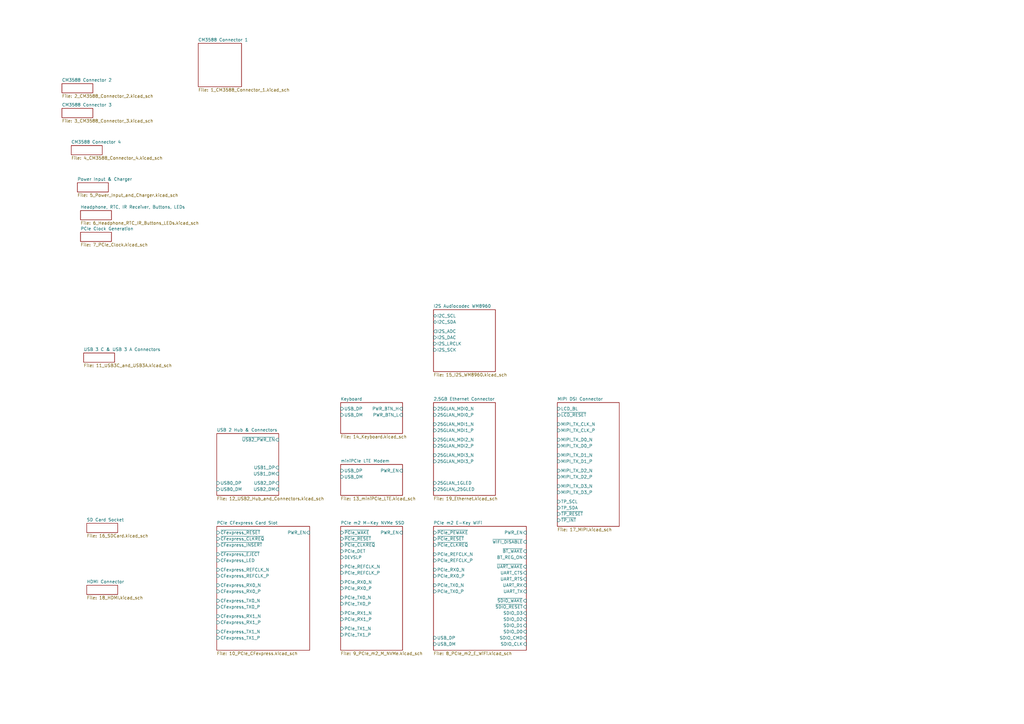
<source format=kicad_sch>
(kicad_sch
	(version 20250114)
	(generator "eeschema")
	(generator_version "9.0")
	(uuid "e8df7ad4-0398-46fe-8df2-22f014c5f1dd")
	(paper "A3")
	(lib_symbols)
	(sheet
		(at 31.75 74.93)
		(size 12.7 3.81)
		(exclude_from_sim no)
		(in_bom yes)
		(on_board yes)
		(dnp no)
		(fields_autoplaced yes)
		(stroke
			(width 0.1524)
			(type solid)
		)
		(fill
			(color 0 0 0 0.0000)
		)
		(uuid "07fa1f4a-4f08-4a00-b91a-2935c9cd6246")
		(property "Sheetname" "Power Input & Charger"
			(at 31.75 74.2184 0)
			(effects
				(font
					(size 1.27 1.27)
				)
				(justify left bottom)
			)
		)
		(property "Sheetfile" "5_Power_Input_and_Charger.kicad_sch"
			(at 31.75 79.3246 0)
			(effects
				(font
					(size 1.27 1.27)
				)
				(justify left top)
			)
		)
		(instances
			(project "mainboard"
				(path "/e8df7ad4-0398-46fe-8df2-22f014c5f1dd"
					(page "5")
				)
			)
		)
	)
	(sheet
		(at 81.28 17.78)
		(size 17.78 17.78)
		(exclude_from_sim no)
		(in_bom yes)
		(on_board yes)
		(dnp no)
		(fields_autoplaced yes)
		(stroke
			(width 0.1524)
			(type solid)
		)
		(fill
			(color 0 0 0 0.0000)
		)
		(uuid "179b20ca-7cf4-4c76-8c3b-b8b4c6c25c72")
		(property "Sheetname" "CM3588 Connector 1"
			(at 81.28 17.0684 0)
			(effects
				(font
					(size 1.27 1.27)
				)
				(justify left bottom)
			)
		)
		(property "Sheetfile" "1_CM3588_Connector_1.kicad_sch"
			(at 81.28 36.1446 0)
			(effects
				(font
					(size 1.27 1.27)
				)
				(justify left top)
			)
		)
		(instances
			(project "mainboard"
				(path "/e8df7ad4-0398-46fe-8df2-22f014c5f1dd"
					(page "1")
				)
			)
		)
	)
	(sheet
		(at 35.56 240.03)
		(size 12.7 3.81)
		(exclude_from_sim no)
		(in_bom yes)
		(on_board yes)
		(dnp no)
		(fields_autoplaced yes)
		(stroke
			(width 0.1524)
			(type solid)
		)
		(fill
			(color 0 0 0 0.0000)
		)
		(uuid "18d9dc9f-f158-4b8c-8c03-4e0e0e17c019")
		(property "Sheetname" "HDMI Connector"
			(at 35.56 239.3184 0)
			(effects
				(font
					(size 1.27 1.27)
				)
				(justify left bottom)
			)
		)
		(property "Sheetfile" "18_HDMI.kicad_sch"
			(at 35.56 244.4246 0)
			(effects
				(font
					(size 1.27 1.27)
				)
				(justify left top)
			)
		)
		(instances
			(project "mainboard"
				(path "/e8df7ad4-0398-46fe-8df2-22f014c5f1dd"
					(page "18")
				)
			)
		)
	)
	(sheet
		(at 33.02 95.25)
		(size 12.7 3.81)
		(exclude_from_sim no)
		(in_bom yes)
		(on_board yes)
		(dnp no)
		(fields_autoplaced yes)
		(stroke
			(width 0.1524)
			(type solid)
		)
		(fill
			(color 0 0 0 0.0000)
		)
		(uuid "484c6dee-af44-4b63-a825-46ce928312ff")
		(property "Sheetname" "PCIe Clock Generation"
			(at 33.02 94.5384 0)
			(effects
				(font
					(size 1.27 1.27)
				)
				(justify left bottom)
			)
		)
		(property "Sheetfile" "7_PCIe_Clock.kicad_sch"
			(at 33.02 99.6446 0)
			(effects
				(font
					(size 1.27 1.27)
				)
				(justify left top)
			)
		)
		(instances
			(project "mainboard"
				(path "/e8df7ad4-0398-46fe-8df2-22f014c5f1dd"
					(page "7")
				)
			)
		)
	)
	(sheet
		(at 139.7 215.9)
		(size 25.4 50.8)
		(exclude_from_sim no)
		(in_bom yes)
		(on_board yes)
		(dnp no)
		(fields_autoplaced yes)
		(stroke
			(width 0.1524)
			(type solid)
		)
		(fill
			(color 0 0 0 0.0000)
		)
		(uuid "6669fa1e-f015-4347-b375-5371b2a452c4")
		(property "Sheetname" "PCIe m2 M-Key NVMe SSD"
			(at 139.7 215.1884 0)
			(effects
				(font
					(size 1.27 1.27)
				)
				(justify left bottom)
			)
		)
		(property "Sheetfile" "9_PCIe_m2_M_NVMe.kicad_sch"
			(at 139.7 267.2846 0)
			(effects
				(font
					(size 1.27 1.27)
				)
				(justify left top)
			)
		)
		(pin "DEVSLP" input
			(at 139.7 228.6 180)
			(uuid "8250a307-5bfc-45cd-bcc1-a8e3b110935a")
			(effects
				(font
					(size 1.27 1.27)
				)
				(justify left)
			)
		)
		(pin "PCIe_DET" input
			(at 139.7 226.06 180)
			(uuid "5d36ab89-ee9c-45f1-9c8f-411f04604c30")
			(effects
				(font
					(size 1.27 1.27)
				)
				(justify left)
			)
		)
		(pin "PCIe_REFCLK_N" input
			(at 139.7 232.41 180)
			(uuid "456707b3-ef8a-449b-b780-e7ea84c2fe0f")
			(effects
				(font
					(size 1.27 1.27)
				)
				(justify left)
			)
		)
		(pin "PCIe_REFCLK_P" input
			(at 139.7 234.95 180)
			(uuid "3a6e22a8-1c33-4ccb-8634-0656c7ed4f73")
			(effects
				(font
					(size 1.27 1.27)
				)
				(justify left)
			)
		)
		(pin "PCIe_RX0_N" input
			(at 139.7 238.76 180)
			(uuid "b36f63ee-dda5-4273-8749-7e370dc55816")
			(effects
				(font
					(size 1.27 1.27)
				)
				(justify left)
			)
		)
		(pin "PCIe_RX0_P" input
			(at 139.7 241.3 180)
			(uuid "79078436-955e-4ba2-b5e9-f0115e164c7e")
			(effects
				(font
					(size 1.27 1.27)
				)
				(justify left)
			)
		)
		(pin "PCIe_RX1_N" input
			(at 139.7 251.46 180)
			(uuid "ab0b778b-3805-4636-8b20-f9d4a643390a")
			(effects
				(font
					(size 1.27 1.27)
				)
				(justify left)
			)
		)
		(pin "PCIe_RX1_P" input
			(at 139.7 254 180)
			(uuid "e44f8fa1-d1ae-449a-b73e-ebcffea75acf")
			(effects
				(font
					(size 1.27 1.27)
				)
				(justify left)
			)
		)
		(pin "PCIe_TX0_N" input
			(at 139.7 245.11 180)
			(uuid "8df59557-ebe2-4399-86e1-76227324d036")
			(effects
				(font
					(size 1.27 1.27)
				)
				(justify left)
			)
		)
		(pin "PCIe_TX0_P" input
			(at 139.7 247.65 180)
			(uuid "a3983adb-1f39-45d9-9b6c-038ef2f9cafd")
			(effects
				(font
					(size 1.27 1.27)
				)
				(justify left)
			)
		)
		(pin "PCIe_TX1_N" input
			(at 139.7 257.81 180)
			(uuid "812bc123-58af-4285-8223-066e31c940f8")
			(effects
				(font
					(size 1.27 1.27)
				)
				(justify left)
			)
		)
		(pin "PCIe_TX1_P" input
			(at 139.7 260.35 180)
			(uuid "5b162702-1ec8-4c70-9286-ab9a493e8c20")
			(effects
				(font
					(size 1.27 1.27)
				)
				(justify left)
			)
		)
		(pin "~{PCIe_CLKREQ}" input
			(at 139.7 223.52 180)
			(uuid "2fdb73b0-335b-4c65-a8b9-7614e14944c7")
			(effects
				(font
					(size 1.27 1.27)
				)
				(justify left)
			)
		)
		(pin "~{PCIe_RESET}" input
			(at 139.7 220.98 180)
			(uuid "2235e878-ea99-4ca6-8bc4-70d78ace0891")
			(effects
				(font
					(size 1.27 1.27)
				)
				(justify left)
			)
		)
		(pin "~{PCIe_WAKE}" input
			(at 139.7 218.44 180)
			(uuid "c7155c23-faf8-4a14-b0f7-6850aad77b01")
			(effects
				(font
					(size 1.27 1.27)
				)
				(justify left)
			)
		)
		(pin "PWR_EN" input
			(at 165.1 218.44 0)
			(uuid "5f32886c-3a2e-49d3-9f05-969676369bbf")
			(effects
				(font
					(size 1.27 1.27)
				)
				(justify right)
			)
		)
		(instances
			(project "mainboard"
				(path "/e8df7ad4-0398-46fe-8df2-22f014c5f1dd"
					(page "9")
				)
			)
		)
	)
	(sheet
		(at 25.4 44.45)
		(size 12.7 3.81)
		(exclude_from_sim no)
		(in_bom yes)
		(on_board yes)
		(dnp no)
		(fields_autoplaced yes)
		(stroke
			(width 0.1524)
			(type solid)
		)
		(fill
			(color 0 0 0 0.0000)
		)
		(uuid "68a2b222-807f-4ee1-877f-9299e0573b20")
		(property "Sheetname" "CM3588 Connector 3"
			(at 25.4 43.7384 0)
			(effects
				(font
					(size 1.27 1.27)
				)
				(justify left bottom)
			)
		)
		(property "Sheetfile" "3_CM3588_Connector_3.kicad_sch"
			(at 25.4 48.8446 0)
			(effects
				(font
					(size 1.27 1.27)
				)
				(justify left top)
			)
		)
		(instances
			(project "mainboard"
				(path "/e8df7ad4-0398-46fe-8df2-22f014c5f1dd"
					(page "3")
				)
			)
		)
	)
	(sheet
		(at 139.7 190.5)
		(size 25.4 12.7)
		(exclude_from_sim no)
		(in_bom yes)
		(on_board yes)
		(dnp no)
		(fields_autoplaced yes)
		(stroke
			(width 0.1524)
			(type solid)
		)
		(fill
			(color 0 0 0 0.0000)
		)
		(uuid "8644110b-fd44-4bf7-8252-8da3b2442694")
		(property "Sheetname" "miniPCIe LTE Modem"
			(at 139.7 189.7884 0)
			(effects
				(font
					(size 1.27 1.27)
				)
				(justify left bottom)
			)
		)
		(property "Sheetfile" "13_miniPCIe_LTE.kicad_sch"
			(at 139.7 203.7846 0)
			(effects
				(font
					(size 1.27 1.27)
				)
				(justify left top)
			)
		)
		(pin "PWR_EN" input
			(at 165.1 193.04 0)
			(uuid "ec6ac0a6-97a2-4b59-a772-9f3389ff4408")
			(effects
				(font
					(size 1.27 1.27)
				)
				(justify right)
			)
		)
		(pin "USB_DM" input
			(at 139.7 195.58 180)
			(uuid "37a4b681-5ee7-49b0-a3ba-f36d8b9018e1")
			(effects
				(font
					(size 1.27 1.27)
				)
				(justify left)
			)
		)
		(pin "USB_DP" input
			(at 139.7 193.04 180)
			(uuid "c6ffd364-60bb-4929-8078-449c68b24900")
			(effects
				(font
					(size 1.27 1.27)
				)
				(justify left)
			)
		)
		(instances
			(project "mainboard"
				(path "/e8df7ad4-0398-46fe-8df2-22f014c5f1dd"
					(page "13")
				)
			)
		)
	)
	(sheet
		(at 35.56 214.63)
		(size 12.7 3.81)
		(exclude_from_sim no)
		(in_bom yes)
		(on_board yes)
		(dnp no)
		(fields_autoplaced yes)
		(stroke
			(width 0.1524)
			(type solid)
		)
		(fill
			(color 0 0 0 0.0000)
		)
		(uuid "8986aa19-15b1-4e69-80f7-caad2369fd75")
		(property "Sheetname" "SD Card Socket"
			(at 35.56 213.9184 0)
			(effects
				(font
					(size 1.27 1.27)
				)
				(justify left bottom)
			)
		)
		(property "Sheetfile" "16_SDCard.kicad_sch"
			(at 35.56 219.0246 0)
			(effects
				(font
					(size 1.27 1.27)
				)
				(justify left top)
			)
		)
		(instances
			(project "mainboard"
				(path "/e8df7ad4-0398-46fe-8df2-22f014c5f1dd"
					(page "16")
				)
			)
		)
	)
	(sheet
		(at 88.9 177.8)
		(size 25.4 25.4)
		(exclude_from_sim no)
		(in_bom yes)
		(on_board yes)
		(dnp no)
		(fields_autoplaced yes)
		(stroke
			(width 0.1524)
			(type solid)
		)
		(fill
			(color 0 0 0 0.0000)
		)
		(uuid "8cfb5e11-a71f-45fa-8675-4058f56774f6")
		(property "Sheetname" "USB 2 Hub & Connectors"
			(at 88.9 177.0884 0)
			(effects
				(font
					(size 1.27 1.27)
				)
				(justify left bottom)
			)
		)
		(property "Sheetfile" "12_USB2_Hub_and_Connectors.kicad_sch"
			(at 88.9 203.7846 0)
			(effects
				(font
					(size 1.27 1.27)
				)
				(justify left top)
			)
		)
		(pin "USB0_DM" input
			(at 88.9 200.66 180)
			(uuid "ca270ec5-a1d1-4a42-9e54-696220ff0552")
			(effects
				(font
					(size 1.27 1.27)
				)
				(justify left)
			)
		)
		(pin "USB0_DP" input
			(at 88.9 198.12 180)
			(uuid "2fb0affe-27af-4e28-ad88-b142b2347e61")
			(effects
				(font
					(size 1.27 1.27)
				)
				(justify left)
			)
		)
		(pin "USB1_DM" input
			(at 114.3 194.31 0)
			(uuid "5c057282-1336-4c21-8ed3-1080c9cc2eb1")
			(effects
				(font
					(size 1.27 1.27)
				)
				(justify right)
			)
		)
		(pin "USB1_DP" input
			(at 114.3 191.77 0)
			(uuid "caedf5cb-fc1e-4344-87f8-1e5e81960ec9")
			(effects
				(font
					(size 1.27 1.27)
				)
				(justify right)
			)
		)
		(pin "USB2_DM" input
			(at 114.3 200.66 0)
			(uuid "3d4f735f-2fc0-4019-ade8-0f74c33e846f")
			(effects
				(font
					(size 1.27 1.27)
				)
				(justify right)
			)
		)
		(pin "USB2_DP" input
			(at 114.3 198.12 0)
			(uuid "fdf275ae-ae4b-480d-b9d9-56bf6ad85e28")
			(effects
				(font
					(size 1.27 1.27)
				)
				(justify right)
			)
		)
		(pin "~{USB2_PWR_EN}" input
			(at 114.3 180.34 0)
			(uuid "70feb4e7-a4a5-4693-bc11-e84872980dbd")
			(effects
				(font
					(size 1.27 1.27)
				)
				(justify right)
			)
		)
		(instances
			(project "mainboard"
				(path "/e8df7ad4-0398-46fe-8df2-22f014c5f1dd"
					(page "12")
				)
			)
		)
	)
	(sheet
		(at 228.6 165.1)
		(size 25.4 50.8)
		(exclude_from_sim no)
		(in_bom yes)
		(on_board yes)
		(dnp no)
		(fields_autoplaced yes)
		(stroke
			(width 0.1524)
			(type solid)
		)
		(fill
			(color 0 0 0 0.0000)
		)
		(uuid "92c68f36-3049-4ded-92bc-6a7d51e36adb")
		(property "Sheetname" "MIPI DSI Connector"
			(at 228.6 164.3884 0)
			(effects
				(font
					(size 1.27 1.27)
				)
				(justify left bottom)
			)
		)
		(property "Sheetfile" "17_MIPI.kicad_sch"
			(at 228.6 216.4846 0)
			(effects
				(font
					(size 1.27 1.27)
				)
				(justify left top)
			)
		)
		(pin "LCD_BL" input
			(at 228.6 167.64 180)
			(uuid "9d492064-8544-4e1e-a2d8-5f9e4f95ba72")
			(effects
				(font
					(size 1.27 1.27)
				)
				(justify left)
			)
		)
		(pin "MIPI_TX_CLK_N" input
			(at 228.6 173.99 180)
			(uuid "a80b5fad-fe20-4e7f-a777-be214113ffcd")
			(effects
				(font
					(size 1.27 1.27)
				)
				(justify left)
			)
		)
		(pin "MIPI_TX_CLK_P" input
			(at 228.6 176.53 180)
			(uuid "8f335182-66ad-4fa0-88e5-f4c0ce875b5b")
			(effects
				(font
					(size 1.27 1.27)
				)
				(justify left)
			)
		)
		(pin "MIPI_TX_D0_N" input
			(at 228.6 180.34 180)
			(uuid "3a6a22c8-b725-45a7-8b0e-108a0bf72b03")
			(effects
				(font
					(size 1.27 1.27)
				)
				(justify left)
			)
		)
		(pin "MIPI_TX_D0_P" input
			(at 228.6 182.88 180)
			(uuid "cd7c76a9-9d47-49c3-b15f-a5d637f8aab5")
			(effects
				(font
					(size 1.27 1.27)
				)
				(justify left)
			)
		)
		(pin "MIPI_TX_D1_N" input
			(at 228.6 186.69 180)
			(uuid "c66954df-ff6e-43ec-b246-47354d477309")
			(effects
				(font
					(size 1.27 1.27)
				)
				(justify left)
			)
		)
		(pin "MIPI_TX_D1_P" input
			(at 228.6 189.23 180)
			(uuid "30b815db-ee5e-4301-a847-d31a548ffea8")
			(effects
				(font
					(size 1.27 1.27)
				)
				(justify left)
			)
		)
		(pin "MIPI_TX_D2_N" input
			(at 228.6 193.04 180)
			(uuid "3ca4dc06-dd5f-4a08-986b-f22b6929833f")
			(effects
				(font
					(size 1.27 1.27)
				)
				(justify left)
			)
		)
		(pin "MIPI_TX_D2_P" input
			(at 228.6 195.58 180)
			(uuid "b48601a3-d718-459e-bd17-bbe69589ba72")
			(effects
				(font
					(size 1.27 1.27)
				)
				(justify left)
			)
		)
		(pin "MIPI_TX_D3_N" input
			(at 228.6 199.39 180)
			(uuid "964b1996-6a8a-44b6-ac53-b7fb548f5417")
			(effects
				(font
					(size 1.27 1.27)
				)
				(justify left)
			)
		)
		(pin "MIPI_TX_D3_P" input
			(at 228.6 201.93 180)
			(uuid "d5e198b6-df83-4a6f-9700-f4c6da2705bc")
			(effects
				(font
					(size 1.27 1.27)
				)
				(justify left)
			)
		)
		(pin "TP_SCL" input
			(at 228.6 205.74 180)
			(uuid "3de87970-0d10-43cb-a78c-6a0175a9f388")
			(effects
				(font
					(size 1.27 1.27)
				)
				(justify left)
			)
		)
		(pin "TP_SDA" input
			(at 228.6 208.28 180)
			(uuid "b5bd621e-d51d-448d-8f04-54a1a6b6d179")
			(effects
				(font
					(size 1.27 1.27)
				)
				(justify left)
			)
		)
		(pin "~{LCD_RESET}" input
			(at 228.6 170.18 180)
			(uuid "8f2106b5-0ebe-42bf-b69b-be8dd07e77fc")
			(effects
				(font
					(size 1.27 1.27)
				)
				(justify left)
			)
		)
		(pin "~{TP_INT}" input
			(at 228.6 213.36 180)
			(uuid "c3b4b5c9-0c4b-4798-ade9-b3f24d493762")
			(effects
				(font
					(size 1.27 1.27)
				)
				(justify left)
			)
		)
		(pin "~{TP_RESET}" input
			(at 228.6 210.82 180)
			(uuid "3109ae4e-d3f2-4604-a16b-4e677b66da7b")
			(effects
				(font
					(size 1.27 1.27)
				)
				(justify left)
			)
		)
		(instances
			(project "mainboard"
				(path "/e8df7ad4-0398-46fe-8df2-22f014c5f1dd"
					(page "17")
				)
			)
		)
	)
	(sheet
		(at 29.21 59.69)
		(size 12.7 3.81)
		(exclude_from_sim no)
		(in_bom yes)
		(on_board yes)
		(dnp no)
		(fields_autoplaced yes)
		(stroke
			(width 0.1524)
			(type solid)
		)
		(fill
			(color 0 0 0 0.0000)
		)
		(uuid "98643362-4360-4082-9fcf-14e673c38aa5")
		(property "Sheetname" "CM3588 Connector 4"
			(at 29.21 58.9784 0)
			(effects
				(font
					(size 1.27 1.27)
				)
				(justify left bottom)
			)
		)
		(property "Sheetfile" "4_CM3588_Connector_4.kicad_sch"
			(at 29.21 64.0846 0)
			(effects
				(font
					(size 1.27 1.27)
				)
				(justify left top)
			)
		)
		(instances
			(project "mainboard"
				(path "/e8df7ad4-0398-46fe-8df2-22f014c5f1dd"
					(page "4")
				)
			)
		)
	)
	(sheet
		(at 177.8 165.1)
		(size 25.4 38.1)
		(exclude_from_sim no)
		(in_bom yes)
		(on_board yes)
		(dnp no)
		(fields_autoplaced yes)
		(stroke
			(width 0.1524)
			(type solid)
		)
		(fill
			(color 0 0 0 0.0000)
		)
		(uuid "a5e27188-7231-4ab7-9c42-d430df737766")
		(property "Sheetname" "2.5GB Ethernet Connector"
			(at 177.8 164.3884 0)
			(effects
				(font
					(size 1.27 1.27)
				)
				(justify left bottom)
			)
		)
		(property "Sheetfile" "19_Ethernet.kicad_sch"
			(at 177.8 203.7846 0)
			(effects
				(font
					(size 1.27 1.27)
				)
				(justify left top)
			)
		)
		(pin "25GLAN_1GLED" input
			(at 177.8 198.12 180)
			(uuid "ea970541-ad9d-4d0d-8547-911cd1b37aa9")
			(effects
				(font
					(size 1.27 1.27)
				)
				(justify left)
			)
		)
		(pin "25GLAN_25GLED" input
			(at 177.8 200.66 180)
			(uuid "24cd0925-74b4-4560-a33f-7ae7e76c3a3e")
			(effects
				(font
					(size 1.27 1.27)
				)
				(justify left)
			)
		)
		(pin "25GLAN_MDI0_N" input
			(at 177.8 167.64 180)
			(uuid "f4af2d9b-10aa-40d9-9350-e6784521ac08")
			(effects
				(font
					(size 1.27 1.27)
				)
				(justify left)
			)
		)
		(pin "25GLAN_MDI0_P" input
			(at 177.8 170.18 180)
			(uuid "8dc62061-0699-45aa-8299-c65240602a1a")
			(effects
				(font
					(size 1.27 1.27)
				)
				(justify left)
			)
		)
		(pin "25GLAN_MDI1_N" input
			(at 177.8 173.99 180)
			(uuid "43d26a30-eace-40b0-aa03-d92c1c451f27")
			(effects
				(font
					(size 1.27 1.27)
				)
				(justify left)
			)
		)
		(pin "25GLAN_MDI1_P" input
			(at 177.8 176.53 180)
			(uuid "be8f7c3b-1e68-430d-85c9-d46a41f163fc")
			(effects
				(font
					(size 1.27 1.27)
				)
				(justify left)
			)
		)
		(pin "25GLAN_MDI2_N" input
			(at 177.8 180.34 180)
			(uuid "d967f382-784f-41fb-b4e8-dee48dc0690a")
			(effects
				(font
					(size 1.27 1.27)
				)
				(justify left)
			)
		)
		(pin "25GLAN_MDI2_P" input
			(at 177.8 182.88 180)
			(uuid "c38142cb-b0fb-4b38-9cc8-5fc01535ef0e")
			(effects
				(font
					(size 1.27 1.27)
				)
				(justify left)
			)
		)
		(pin "25GLAN_MDI3_N" input
			(at 177.8 186.69 180)
			(uuid "f5e953cf-b5bc-460c-a839-2c64b5e03602")
			(effects
				(font
					(size 1.27 1.27)
				)
				(justify left)
			)
		)
		(pin "25GLAN_MDI3_P" input
			(at 177.8 189.23 180)
			(uuid "f14274d4-a744-4264-9042-6c9ae352287b")
			(effects
				(font
					(size 1.27 1.27)
				)
				(justify left)
			)
		)
		(instances
			(project "mainboard"
				(path "/e8df7ad4-0398-46fe-8df2-22f014c5f1dd"
					(page "19")
				)
			)
		)
	)
	(sheet
		(at 177.8 215.9)
		(size 38.1 50.8)
		(exclude_from_sim no)
		(in_bom yes)
		(on_board yes)
		(dnp no)
		(fields_autoplaced yes)
		(stroke
			(width 0.1524)
			(type solid)
		)
		(fill
			(color 0 0 0 0.0000)
		)
		(uuid "a6c4e84f-5700-4370-a676-0959800a711a")
		(property "Sheetname" "PCIe m2 E-Key WiFi"
			(at 177.8 215.1884 0)
			(effects
				(font
					(size 1.27 1.27)
				)
				(justify left bottom)
			)
		)
		(property "Sheetfile" "8_PCIe_m2_E_WiFi.kicad_sch"
			(at 177.8 267.2846 0)
			(effects
				(font
					(size 1.27 1.27)
				)
				(justify left top)
			)
		)
		(pin "BT_REG_ON" input
			(at 215.9 228.6 0)
			(uuid "a419b7ef-d2ce-48c8-9df0-fcf1a3ee2669")
			(effects
				(font
					(size 1.27 1.27)
				)
				(justify right)
			)
		)
		(pin "PCIe_REFCLK_N" input
			(at 177.8 227.33 180)
			(uuid "ca33330a-3ba5-40ef-bc00-d2d7c19c15d3")
			(effects
				(font
					(size 1.27 1.27)
				)
				(justify left)
			)
		)
		(pin "PCIe_REFCLK_P" input
			(at 177.8 229.87 180)
			(uuid "61da3f16-0238-4bb8-a176-9311cc4d7c2b")
			(effects
				(font
					(size 1.27 1.27)
				)
				(justify left)
			)
		)
		(pin "PCIe_RX0_N" input
			(at 177.8 233.68 180)
			(uuid "8228758c-c887-4d14-aa2c-d1df368fa549")
			(effects
				(font
					(size 1.27 1.27)
				)
				(justify left)
			)
		)
		(pin "PCIe_RX0_P" input
			(at 177.8 236.22 180)
			(uuid "dfc69cb8-e98f-4d79-8e62-5d3b37eecdea")
			(effects
				(font
					(size 1.27 1.27)
				)
				(justify left)
			)
		)
		(pin "PCIe_TX0_N" input
			(at 177.8 240.03 180)
			(uuid "78154470-766a-439c-8d1c-92322baaa908")
			(effects
				(font
					(size 1.27 1.27)
				)
				(justify left)
			)
		)
		(pin "PCIe_TX0_P" input
			(at 177.8 242.57 180)
			(uuid "503d3434-3c92-4a17-8739-9187ca703ca5")
			(effects
				(font
					(size 1.27 1.27)
				)
				(justify left)
			)
		)
		(pin "PWR_EN" input
			(at 215.9 218.44 0)
			(uuid "a7721f1a-3755-4947-91e0-d0b49bc47497")
			(effects
				(font
					(size 1.27 1.27)
				)
				(justify right)
			)
		)
		(pin "SDIO_CLK" input
			(at 215.9 264.16 0)
			(uuid "89183d58-0cbf-45e9-998f-97e595956f39")
			(effects
				(font
					(size 1.27 1.27)
				)
				(justify right)
			)
		)
		(pin "SDIO_CMD" input
			(at 215.9 261.62 0)
			(uuid "3bb7f4f1-9a71-4b78-b11b-4ca417f19018")
			(effects
				(font
					(size 1.27 1.27)
				)
				(justify right)
			)
		)
		(pin "SDIO_D0" input
			(at 215.9 259.08 0)
			(uuid "499148c3-e452-4ed6-b36a-c0e2089c3a94")
			(effects
				(font
					(size 1.27 1.27)
				)
				(justify right)
			)
		)
		(pin "SDIO_D1" input
			(at 215.9 256.54 0)
			(uuid "1400c6b0-63da-4346-9fb5-4902b32a7de9")
			(effects
				(font
					(size 1.27 1.27)
				)
				(justify right)
			)
		)
		(pin "SDIO_D2" input
			(at 215.9 254 0)
			(uuid "37efb270-c9d5-4b1b-be84-7619150bb51b")
			(effects
				(font
					(size 1.27 1.27)
				)
				(justify right)
			)
		)
		(pin "SDIO_D3" input
			(at 215.9 251.46 0)
			(uuid "1dee3050-9556-46d2-a108-a109e34b8695")
			(effects
				(font
					(size 1.27 1.27)
				)
				(justify right)
			)
		)
		(pin "UART_CTS" input
			(at 215.9 234.95 0)
			(uuid "b651bca2-48fb-403b-8841-d46b695d6cfc")
			(effects
				(font
					(size 1.27 1.27)
				)
				(justify right)
			)
		)
		(pin "UART_RTS" input
			(at 215.9 237.49 0)
			(uuid "178e3ca4-fb21-4b7a-a25a-558444f803c6")
			(effects
				(font
					(size 1.27 1.27)
				)
				(justify right)
			)
		)
		(pin "UART_RX" input
			(at 215.9 240.03 0)
			(uuid "2f9ac340-3503-4c65-8831-74bdd8592184")
			(effects
				(font
					(size 1.27 1.27)
				)
				(justify right)
			)
		)
		(pin "UART_TX" input
			(at 215.9 242.57 0)
			(uuid "1c71a551-eee1-48d4-b955-f9bc9aa211b6")
			(effects
				(font
					(size 1.27 1.27)
				)
				(justify right)
			)
		)
		(pin "USB_DM" input
			(at 177.8 264.16 180)
			(uuid "c0331a03-48c8-4488-8c45-a89ec165729c")
			(effects
				(font
					(size 1.27 1.27)
				)
				(justify left)
			)
		)
		(pin "USB_DP" input
			(at 177.8 261.62 180)
			(uuid "acb8ba47-8f80-4fa0-be1d-36d1669db348")
			(effects
				(font
					(size 1.27 1.27)
				)
				(justify left)
			)
		)
		(pin "~{BT_WAKE}" input
			(at 215.9 226.06 0)
			(uuid "a216ab39-c948-4b57-9a98-3bd3e87d2e01")
			(effects
				(font
					(size 1.27 1.27)
				)
				(justify right)
			)
		)
		(pin "~{PCIe_CLKREQ}" input
			(at 177.8 223.52 180)
			(uuid "4bff014c-8b0d-48a3-b158-8f9f6e4951ad")
			(effects
				(font
					(size 1.27 1.27)
				)
				(justify left)
			)
		)
		(pin "~{PCIe_PEWAKE}" input
			(at 177.8 218.44 180)
			(uuid "d7264f83-4ba1-489e-9a91-27a7834d0ff4")
			(effects
				(font
					(size 1.27 1.27)
				)
				(justify left)
			)
		)
		(pin "~{PCIe_RESET}" input
			(at 177.8 220.98 180)
			(uuid "b58f351d-6c24-407f-a647-c139a0292561")
			(effects
				(font
					(size 1.27 1.27)
				)
				(justify left)
			)
		)
		(pin "~{SDIO_RESET}" input
			(at 215.9 248.92 0)
			(uuid "dee584bb-8033-4eeb-b90d-86d151453088")
			(effects
				(font
					(size 1.27 1.27)
				)
				(justify right)
			)
		)
		(pin "~{SDIO_WAKE}" input
			(at 215.9 246.38 0)
			(uuid "ddb31367-03bd-4df6-b0ba-7254b66df4d9")
			(effects
				(font
					(size 1.27 1.27)
				)
				(justify right)
			)
		)
		(pin "~{UART_WAKE}" input
			(at 215.9 232.41 0)
			(uuid "ed4b98d1-e965-49cc-8add-ab57c8718b2c")
			(effects
				(font
					(size 1.27 1.27)
				)
				(justify right)
			)
		)
		(pin "~{WIFI_DISABLE}" input
			(at 215.9 222.25 0)
			(uuid "20ceb7d5-05bb-4826-b8b7-95f4ba3358d9")
			(effects
				(font
					(size 1.27 1.27)
				)
				(justify right)
			)
		)
		(instances
			(project "mainboard"
				(path "/e8df7ad4-0398-46fe-8df2-22f014c5f1dd"
					(page "8")
				)
			)
		)
	)
	(sheet
		(at 177.8 127)
		(size 25.4 25.4)
		(exclude_from_sim no)
		(in_bom yes)
		(on_board yes)
		(dnp no)
		(fields_autoplaced yes)
		(stroke
			(width 0.1524)
			(type solid)
		)
		(fill
			(color 0 0 0 0.0000)
		)
		(uuid "b257af20-c8e7-4b15-a490-5e02f5f9fd5b")
		(property "Sheetname" "I2S Audiocodec WM8960"
			(at 177.8 126.2884 0)
			(effects
				(font
					(size 1.27 1.27)
				)
				(justify left bottom)
			)
		)
		(property "Sheetfile" "15_I2S_WM8960.kicad_sch"
			(at 177.8 152.9846 0)
			(effects
				(font
					(size 1.27 1.27)
				)
				(justify left top)
			)
		)
		(pin "I2C_SCL" bidirectional
			(at 177.8 129.54 180)
			(uuid "979cdd8e-a106-445d-b8a7-48f177e59667")
			(effects
				(font
					(size 1.27 1.27)
				)
				(justify left)
			)
		)
		(pin "I2C_SDA" bidirectional
			(at 177.8 132.08 180)
			(uuid "282c9627-54b5-4aa2-bee8-89a08e502522")
			(effects
				(font
					(size 1.27 1.27)
				)
				(justify left)
			)
		)
		(pin "I2S_ADC" output
			(at 177.8 135.89 180)
			(uuid "a05cbe98-0618-446b-883e-d0c320231d4f")
			(effects
				(font
					(size 1.27 1.27)
				)
				(justify left)
			)
		)
		(pin "I2S_DAC" input
			(at 177.8 138.43 180)
			(uuid "b2c31b22-7b40-4714-bd58-1e419d037485")
			(effects
				(font
					(size 1.27 1.27)
				)
				(justify left)
			)
		)
		(pin "I2S_LRCLK" input
			(at 177.8 140.97 180)
			(uuid "db7ee098-c218-4701-9252-75e9f0dd2637")
			(effects
				(font
					(size 1.27 1.27)
				)
				(justify left)
			)
		)
		(pin "I2S_SCK" input
			(at 177.8 143.51 180)
			(uuid "29494526-8279-4f0f-9c50-01e51fd57fc1")
			(effects
				(font
					(size 1.27 1.27)
				)
				(justify left)
			)
		)
		(instances
			(project "mainboard"
				(path "/e8df7ad4-0398-46fe-8df2-22f014c5f1dd"
					(page "15")
				)
			)
		)
	)
	(sheet
		(at 34.29 144.78)
		(size 12.7 3.81)
		(exclude_from_sim no)
		(in_bom yes)
		(on_board yes)
		(dnp no)
		(fields_autoplaced yes)
		(stroke
			(width 0.1524)
			(type solid)
		)
		(fill
			(color 0 0 0 0.0000)
		)
		(uuid "b40728d0-bb26-4ad0-892e-a0f99316494b")
		(property "Sheetname" "USB 3 C & USB 3 A Connectors"
			(at 34.29 144.0684 0)
			(effects
				(font
					(size 1.27 1.27)
				)
				(justify left bottom)
			)
		)
		(property "Sheetfile" "11_USB3C_and_USB3A.kicad_sch"
			(at 34.29 149.1746 0)
			(effects
				(font
					(size 1.27 1.27)
				)
				(justify left top)
			)
		)
		(instances
			(project "mainboard"
				(path "/e8df7ad4-0398-46fe-8df2-22f014c5f1dd"
					(page "11")
				)
			)
		)
	)
	(sheet
		(at 139.7 165.1)
		(size 25.4 12.7)
		(exclude_from_sim no)
		(in_bom yes)
		(on_board yes)
		(dnp no)
		(fields_autoplaced yes)
		(stroke
			(width 0.1524)
			(type solid)
		)
		(fill
			(color 0 0 0 0.0000)
		)
		(uuid "b53c68d6-890a-48ca-a848-4e830d0e96f7")
		(property "Sheetname" "Keyboard"
			(at 139.7 164.3884 0)
			(effects
				(font
					(size 1.27 1.27)
				)
				(justify left bottom)
			)
		)
		(property "Sheetfile" "14_Keyboard.kicad_sch"
			(at 139.7 178.3846 0)
			(effects
				(font
					(size 1.27 1.27)
				)
				(justify left top)
			)
		)
		(pin "PWR_BTN_H" input
			(at 165.1 167.64 0)
			(uuid "1151f74b-5bf2-43de-9db9-dae44e5dae90")
			(effects
				(font
					(size 1.27 1.27)
				)
				(justify right)
			)
		)
		(pin "PWR_BTN_L" input
			(at 165.1 170.18 0)
			(uuid "054e1e44-e3b6-4aa1-aea6-ebb76a91a1b6")
			(effects
				(font
					(size 1.27 1.27)
				)
				(justify right)
			)
		)
		(pin "USB_DM" input
			(at 139.7 170.18 180)
			(uuid "377c48ba-a833-4be0-8010-3f9bd4d83cd6")
			(effects
				(font
					(size 1.27 1.27)
				)
				(justify left)
			)
		)
		(pin "USB_DP" input
			(at 139.7 167.64 180)
			(uuid "36a1d5e1-593c-4dc9-9697-1f6db05d487a")
			(effects
				(font
					(size 1.27 1.27)
				)
				(justify left)
			)
		)
		(instances
			(project "mainboard"
				(path "/e8df7ad4-0398-46fe-8df2-22f014c5f1dd"
					(page "14")
				)
			)
		)
	)
	(sheet
		(at 25.4 34.29)
		(size 12.7 3.81)
		(exclude_from_sim no)
		(in_bom yes)
		(on_board yes)
		(dnp no)
		(fields_autoplaced yes)
		(stroke
			(width 0.1524)
			(type solid)
		)
		(fill
			(color 0 0 0 0.0000)
		)
		(uuid "bcd9a7a9-7c30-4b20-85c5-75455db96f45")
		(property "Sheetname" "CM3588 Connector 2"
			(at 25.4 33.5784 0)
			(effects
				(font
					(size 1.27 1.27)
				)
				(justify left bottom)
			)
		)
		(property "Sheetfile" "2_CM3588_Connector_2.kicad_sch"
			(at 25.4 38.6846 0)
			(effects
				(font
					(size 1.27 1.27)
				)
				(justify left top)
			)
		)
		(instances
			(project "mainboard"
				(path "/e8df7ad4-0398-46fe-8df2-22f014c5f1dd"
					(page "2")
				)
			)
		)
	)
	(sheet
		(at 33.02 86.36)
		(size 12.7 3.81)
		(exclude_from_sim no)
		(in_bom yes)
		(on_board yes)
		(dnp no)
		(fields_autoplaced yes)
		(stroke
			(width 0.1524)
			(type solid)
		)
		(fill
			(color 0 0 0 0.0000)
		)
		(uuid "c1c653fe-8be5-421f-be33-d886be37e0a5")
		(property "Sheetname" "Headphone, RTC, IR Receiver, Buttons, LEDs"
			(at 33.02 85.6484 0)
			(effects
				(font
					(size 1.27 1.27)
				)
				(justify left bottom)
			)
		)
		(property "Sheetfile" "6_Headphone_RTC_IR_Buttons_LEDs.kicad_sch"
			(at 33.02 90.7546 0)
			(effects
				(font
					(size 1.27 1.27)
				)
				(justify left top)
			)
		)
		(instances
			(project "mainboard"
				(path "/e8df7ad4-0398-46fe-8df2-22f014c5f1dd"
					(page "6")
				)
			)
		)
	)
	(sheet
		(at 88.9 215.9)
		(size 38.1 50.8)
		(exclude_from_sim no)
		(in_bom yes)
		(on_board yes)
		(dnp no)
		(fields_autoplaced yes)
		(stroke
			(width 0.1524)
			(type solid)
		)
		(fill
			(color 0 0 0 0.0000)
		)
		(uuid "e7fb8ba8-ec6e-4e12-955d-f90b904d700b")
		(property "Sheetname" "PCIe CFexpress Card Slot"
			(at 88.9 215.1884 0)
			(effects
				(font
					(size 1.27 1.27)
				)
				(justify left bottom)
			)
		)
		(property "Sheetfile" "10_PCIe_CFexpress.kicad_sch"
			(at 88.9 267.2846 0)
			(effects
				(font
					(size 1.27 1.27)
				)
				(justify left top)
			)
		)
		(pin "CFexpress_LED" input
			(at 88.9 229.87 180)
			(uuid "7f20fd53-5c32-46c7-b616-9394b4b3e450")
			(effects
				(font
					(size 1.27 1.27)
				)
				(justify left)
			)
		)
		(pin "CFexpress_REFCLK_N" input
			(at 88.9 233.68 180)
			(uuid "7e10c469-c2e8-4fbc-bf63-6def32290df0")
			(effects
				(font
					(size 1.27 1.27)
				)
				(justify left)
			)
		)
		(pin "CFexpress_REFCLK_P" input
			(at 88.9 236.22 180)
			(uuid "80328fbd-27ed-4350-b2df-5d329539f5d0")
			(effects
				(font
					(size 1.27 1.27)
				)
				(justify left)
			)
		)
		(pin "CFexpress_RX0_N" input
			(at 88.9 240.03 180)
			(uuid "49e4fc59-f62d-4421-b763-532a156bf865")
			(effects
				(font
					(size 1.27 1.27)
				)
				(justify left)
			)
		)
		(pin "CFexpress_RX0_P" input
			(at 88.9 242.57 180)
			(uuid "7c7c7e1f-908c-4b2b-8902-8a5360534190")
			(effects
				(font
					(size 1.27 1.27)
				)
				(justify left)
			)
		)
		(pin "CFexpress_RX1_N" input
			(at 88.9 252.73 180)
			(uuid "cb54363a-bc1f-465d-94e8-91913d6b4ed9")
			(effects
				(font
					(size 1.27 1.27)
				)
				(justify left)
			)
		)
		(pin "CFexpress_RX1_P" input
			(at 88.9 255.27 180)
			(uuid "4b31b07c-8cde-4dc5-9e19-b1f99c03a64a")
			(effects
				(font
					(size 1.27 1.27)
				)
				(justify left)
			)
		)
		(pin "CFexpress_TX0_N" input
			(at 88.9 246.38 180)
			(uuid "10b39ea9-36d1-43c3-a67d-d821fbee7866")
			(effects
				(font
					(size 1.27 1.27)
				)
				(justify left)
			)
		)
		(pin "CFexpress_TX0_P" input
			(at 88.9 248.92 180)
			(uuid "ef0dc058-10cb-4ef3-bae6-cea37af5df9d")
			(effects
				(font
					(size 1.27 1.27)
				)
				(justify left)
			)
		)
		(pin "CFexpress_TX1_N" input
			(at 88.9 259.08 180)
			(uuid "6f464b3b-a1b2-4177-9975-08719072dda4")
			(effects
				(font
					(size 1.27 1.27)
				)
				(justify left)
			)
		)
		(pin "CFexpress_TX1_P" input
			(at 88.9 261.62 180)
			(uuid "93691a62-0368-4fb0-8b45-f5aa322d7f33")
			(effects
				(font
					(size 1.27 1.27)
				)
				(justify left)
			)
		)
		(pin "PWR_EN" input
			(at 127 218.44 0)
			(uuid "516b7fcc-9a5d-4115-9565-ec92c8d13f6f")
			(effects
				(font
					(size 1.27 1.27)
				)
				(justify right)
			)
		)
		(pin "~{CFexpress_CLKREQ}" input
			(at 88.9 220.98 180)
			(uuid "6fb83433-80e5-4f96-9cbb-b6eaa9df4008")
			(effects
				(font
					(size 1.27 1.27)
				)
				(justify left)
			)
		)
		(pin "~{CFexpress_EJECT}" input
			(at 88.9 227.33 180)
			(uuid "420f5366-b413-4ae5-a049-b67cdfcd3500")
			(effects
				(font
					(size 1.27 1.27)
				)
				(justify left)
			)
		)
		(pin "~{CFexpress_INSERT}" input
			(at 88.9 223.52 180)
			(uuid "78021add-48f5-4ec4-b090-055a8e694479")
			(effects
				(font
					(size 1.27 1.27)
				)
				(justify left)
			)
		)
		(pin "~{CFexpress_RESET}" input
			(at 88.9 218.44 180)
			(uuid "0218519a-c719-44e0-b0f8-848d386f7a95")
			(effects
				(font
					(size 1.27 1.27)
				)
				(justify left)
			)
		)
		(instances
			(project "mainboard"
				(path "/e8df7ad4-0398-46fe-8df2-22f014c5f1dd"
					(page "10")
				)
			)
		)
	)
	(sheet_instances
		(path "/"
			(page "0")
		)
	)
	(embedded_fonts no)
	(embedded_files
		(file
			(name "A3_ISO5457-1999_ISO7200-2004-compact_EN.kicad_wks")
			(type worksheet)
			(data |KLUv/WBhIyUiACaqeCUQrbgB3wq561/zHS4DZ1bsoBEJEmVkiIiIKJO/3MeAqqqGgFIBcQBqAGkA
				y90R8ouOsTYnc+DiJXsjuwQlLJgi8eqtbrelDURyRpvp0pweHzWF/ny+YrT5hzsWrE55JEb/4ZMy
				/U+Smp4nEmgyzbZKkGQ+lIePeNQ0dlYnD4EkXIIipmkOq09A1Vv8GaUq7xWjCvCV6fJEDy55KCas
				52J0IzT3AW8bcGw4yAWLH8Mtx5CNJWO5WDZLZrksIy8I13vtXLfGjPFarnv6S/7QSwT6qgKxFqMv
				TZFWaGOtJorR5i3esGDWt/jLn3C+6eZsc7LVqxeEvQzh9kYJ5ZOuSSYXS9lrcYwBPj3iU6PnAUmT
				hzc0rQ25tcYX4DzlEPVIQpU0UZU7AmLcBhlybNYMNtbYW8jKze3r9noZt11RIYvqlptBhqz7Whfy
				gswUP3ltVP/npymbVZdb42Z19WJhtHpW6C4sWJokl2ii4HzTzdYzAM1zmK1TECBgWBxXYxc0WI49
				R2u3DcZaQ20OfKyBFzeW01GZ43YQiPzuE4bmPN4mkZ4EZrFSVZBGJvV/tkEnwh2O3+tlPh5RVIVB
				Bzx6iDFXVf75qm2jLq8vOaXymAwei5gmRTEcr4tUiP/js/FY+0MKgUmowXBLRkSSpKCQ5vERIYgw
				W3UySAwDIRTDARlIMRhCIZJDAiIggiIkxCBjTgXmAwRYtcuOPfmcfE+UZp3iNJq0sGNgjzFCXpi1
				1JnEVh8YhGH6FRRskCwCdUxrSdKXaESAhBcT9B7vNZqYihTW45d4+WJK/8maE2nhs922Ehdik8p2
				KIBItOZsadcyeuTIoXTSwHaBULl8zL5Mq6y0VyE7+/ws/BJqyZAL/t1mVbRHodIbeGfsOnAVqxlp
				LreH/CjzWsWr/Q9CejwLZ9WLlm0AmJlUtJrRYtPBNIFPVMcypMxjFLLNxSRJWnyBTp4zBql26/9V
				M1dOuQYRGZjCtqSiyf7WNjQvhcCdteVlFFAgHqe/UYRosQMXJGoOqo0ztK9Adc0UpxL1vFtB7BC8
				toG+yKNFw8bJm72toMmoVumH7fvFefn8ze5//gJI+uYPLHcx9AbuLf+LdqQi7p+GHrH+iyPU+/UQ
				+n0VhHq+HkJ/r4JQ10sQyuss6E75+yBz7JaUnEhOLC3hhEwi4ByRBkoeEXGrmROTbhLT5B30Y+Iw
				eLixSl3p8iNeLYdBqw4hDlM9hhOl2hsnBxmEPoR3SFnmUw4iBDUwH5mT2afZv/70nLEIkrB0tUJP
				8Dp+DhSLnEV3/XoO5dseUOT0t8gnDjjYbz1iHBp3aUCv4SWbI1U5CWImEFlAuq/BTbDWUNSNwXzL
				aEyt9T1oeoQ+olH+W2P6Wr5S5lNY09aaoE8WtwOGWhBFuI0FTqaMfEFtSCVqV6LqeFPaRSg7PwFv
				65oXP5wdimnw5YX7tQinpqhUAQ==|
			)
			(checksum "390B5D6CBC7D9953924469EDACCB19C5")
		)
	)
)

</source>
